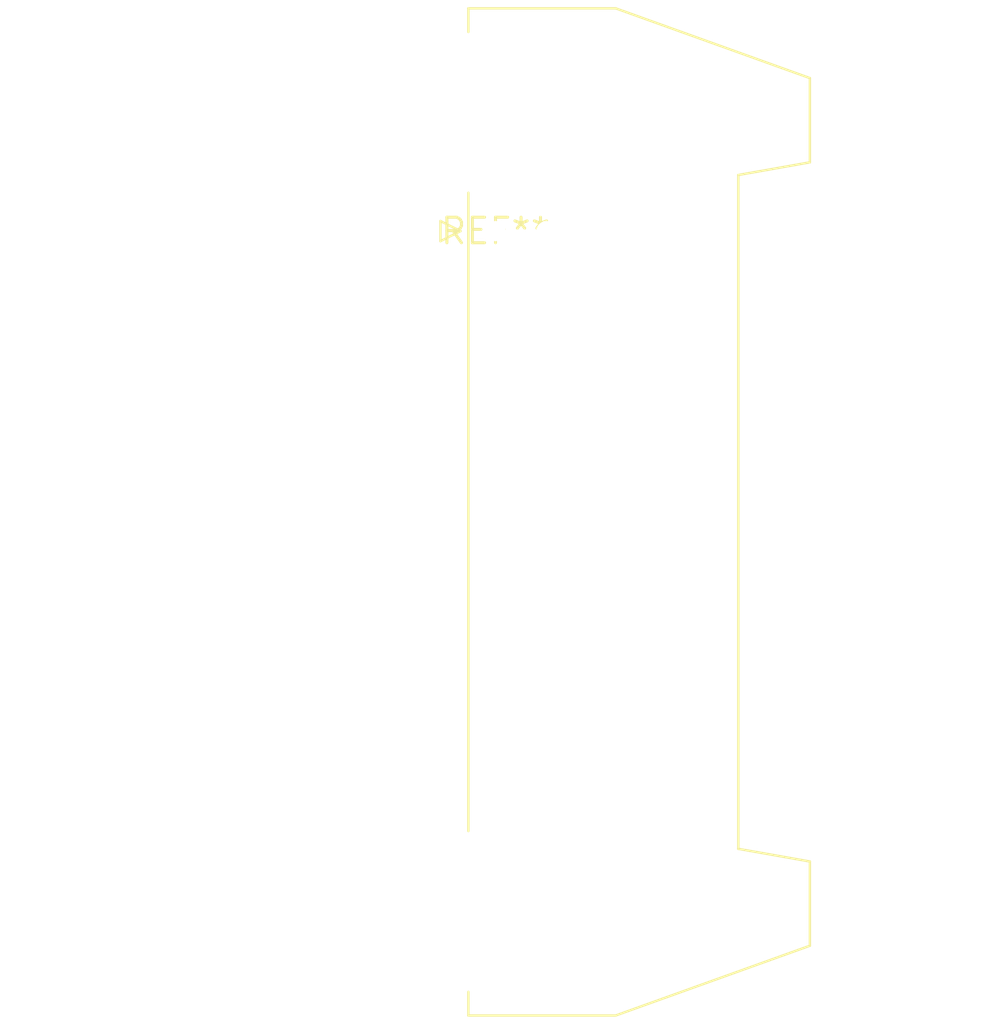
<source format=kicad_pcb>
(kicad_pcb (version 20240108) (generator pcbnew)
  (layers (0 "F.Cu" signal) (31 "B.Cu" signal) (34 "B.Paste" user) (35 "F.Paste" user) (36 "B.SilkS" user "B.Silkscreen") (37 "F.SilkS" user "F.Silkscreen") (38 "B.Mask" user) (39 "F.Mask" user) (44 "Edge.Cuts" user))
  (net 0 "")
  (footprint "IDC-Header_2x12-1MP_P2.54mm_Latch_Horizontal" (layer "F.Cu") (at 0 0)
    (property "Reference" "REF**")
    (property "Value" "IDC-Header_2x12-1MP_P2.54mm_Latch_Horizontal")
    (fp_line (start -2.74 -0.5) (end -2.74 0.5) (layer "F.SilkS") (stroke (width 0.12)))
    (fp_line (start -2.74 0.5) (end -1.74 0) (layer "F.SilkS") (stroke (width 0.12)))
    (fp_line (start -1.74 0) (end -2.74 -0.5) (layer "F.SilkS") (stroke (width 0.12)))
    (fp_line (start -1.35 -11.08) (end -1.35 -9.905) (layer "F.SilkS") (stroke (width 0.12)))
    (fp_line (start -1.35 -11.08) (end 5.98 -11.08) (layer "F.SilkS") (stroke (width 0.12)))
    (fp_line (start -1.35 -1.905) (end -1.35 29.845) (layer "F.SilkS") (stroke (width 0.12)))
    (fp_line (start -1.35 37.845) (end -1.35 39.02) (layer "F.SilkS") (stroke (width 0.12)))
    (fp_line (start 5.98 -11.08) (end 15.64 -7.61) (layer "F.SilkS") (stroke (width 0.12)))
    (fp_line (start 5.98 39.02) (end -1.35 39.02) (layer "F.SilkS") (stroke (width 0.12)))
    (fp_line (start 12.08 -2.79) (end 12.08 30.73) (layer "F.SilkS") (stroke (width 0.12)))
    (fp_line (start 12.08 30.73) (end 15.64 31.36) (layer "F.SilkS") (stroke (width 0.12)))
    (fp_line (start 15.64 -7.61) (end 15.64 -3.42) (layer "F.SilkS") (stroke (width 0.12)))
    (fp_line (start 15.64 -3.42) (end 12.08 -2.79) (layer "F.SilkS") (stroke (width 0.12)))
    (fp_line (start 15.64 31.36) (end 15.64 35.55) (layer "F.SilkS") (stroke (width 0.12)))
    (fp_line (start 15.64 35.55) (end 5.98 39.02) (layer "F.SilkS") (stroke (width 0.12)))
    (pad "1" thru_hole roundrect (at 0 0) (size 1.7 1.7) (drill 1) (layers *.Cu *.Mask) (remove_unused_layers) (roundrect_rratio 0.147059))
    (pad "2" thru_hole circle (at 2.54 0) (size 1.7 1.7) (drill 1) (layers *.Cu *.Mask) (remove_unused_layers))
    (pad "3" thru_hole circle (at 0 2.54) (size 1.7 1.7) (drill 1) (layers *.Cu *.Mask) (remove_unused_layers))
    (pad "4" thru_hole circle (at 2.54 2.54) (size 1.7 1.7) (drill 1) (layers *.Cu *.Mask) (remove_unused_layers))
    (pad "5" thru_hole circle (at 0 5.08) (size 1.7 1.7) (drill 1) (layers *.Cu *.Mask) (remove_unused_layers))
    (pad "6" thru_hole circle (at 2.54 5.08) (size 1.7 1.7) (drill 1) (layers *.Cu *.Mask) (remove_unused_layers))
    (pad "7" thru_hole circle (at 0 7.62) (size 1.7 1.7) (drill 1) (layers *.Cu *.Mask) (remove_unused_layers))
    (pad "8" thru_hole circle (at 2.54 7.62) (size 1.7 1.7) (drill 1) (layers *.Cu *.Mask) (remove_unused_layers))
    (pad "9" thru_hole circle (at 0 10.16) (size 1.7 1.7) (drill 1) (layers *.Cu *.Mask) (remove_unused_layers))
    (pad "10" thru_hole circle (at 2.54 10.16) (size 1.7 1.7) (drill 1) (layers *.Cu *.Mask) (remove_unused_layers))
    (pad "11" thru_hole circle (at 0 12.7) (size 1.7 1.7) (drill 1) (layers *.Cu *.Mask) (remove_unused_layers))
    (pad "12" thru_hole circle (at 2.54 12.7) (size 1.7 1.7) (drill 1) (layers *.Cu *.Mask) (remove_unused_layers))
    (pad "13" thru_hole circle (at 0 15.24) (size 1.7 1.7) (drill 1) (layers *.Cu *.Mask) (remove_unused_layers))
    (pad "14" thru_hole circle (at 2.54 15.24) (size 1.7 1.7) (drill 1) (layers *.Cu *.Mask) (remove_unused_layers))
    (pad "15" thru_hole circle (at 0 17.78) (size 1.7 1.7) (drill 1) (layers *.Cu *.Mask) (remove_unused_layers))
    (pad "16" thru_hole circle (at 2.54 17.78) (size 1.7 1.7) (drill 1) (layers *.Cu *.Mask) (remove_unused_layers))
    (pad "17" thru_hole circle (at 0 20.32) (size 1.7 1.7) (drill 1) (layers *.Cu *.Mask) (remove_unused_layers))
    (pad "18" thru_hole circle (at 2.54 20.32) (size 1.7 1.7) (drill 1) (layers *.Cu *.Mask) (remove_unused_layers))
    (pad "19" thru_hole circle (at 0 22.86) (size 1.7 1.7) (drill 1) (layers *.Cu *.Mask) (remove_unused_layers))
    (pad "20" thru_hole circle (at 2.54 22.86) (size 1.7 1.7) (drill 1) (layers *.Cu *.Mask) (remove_unused_layers))
    (pad "21" thru_hole circle (at 0 25.4) (size 1.7 1.7) (drill 1) (layers *.Cu *.Mask) (remove_unused_layers))
    (pad "22" thru_hole circle (at 2.54 25.4) (size 1.7 1.7) (drill 1) (layers *.Cu *.Mask) (remove_unused_layers))
    (pad "23" thru_hole circle (at 0 27.94) (size 1.7 1.7) (drill 1) (layers *.Cu *.Mask) (remove_unused_layers))
    (pad "24" thru_hole circle (at 2.54 27.94) (size 1.7 1.7) (drill 1) (layers *.Cu *.Mask) (remove_unused_layers))
    (pad "MP" thru_hole circle (at 1.8 -5.905) (size 8 8) (drill 2.69) (layers *.Cu *.Mask) (remove_unused_layers))
    (pad "MP" thru_hole circle (at 1.8 33.845) (size 8 8) (drill 2.69) (layers *.Cu *.Mask) (remove_unused_layers))
  )
)
</source>
